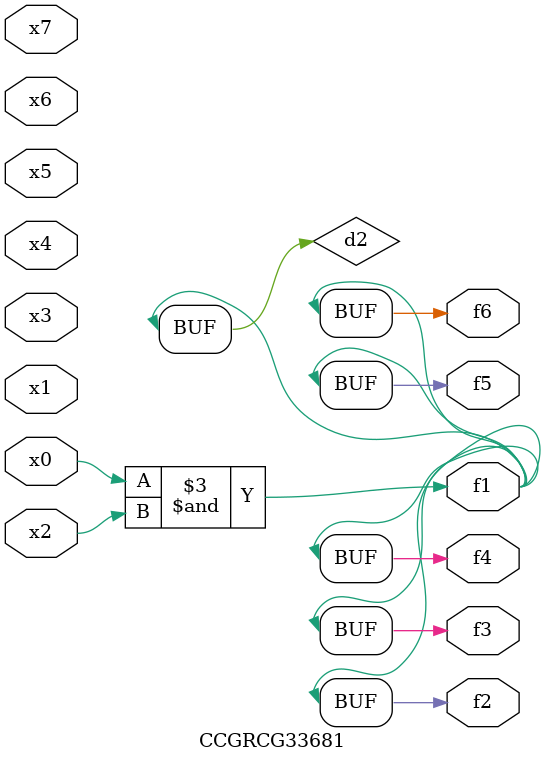
<source format=v>
module CCGRCG33681(
	input x0, x1, x2, x3, x4, x5, x6, x7,
	output f1, f2, f3, f4, f5, f6
);

	wire d1, d2;

	nor (d1, x3, x6);
	and (d2, x0, x2);
	assign f1 = d2;
	assign f2 = d2;
	assign f3 = d2;
	assign f4 = d2;
	assign f5 = d2;
	assign f6 = d2;
endmodule

</source>
